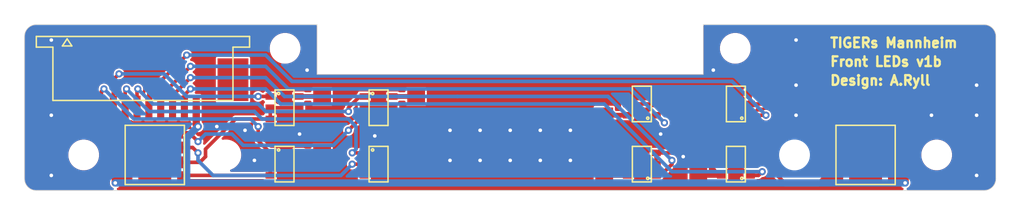
<source format=kicad_pcb>
(kicad_pcb (version 20241229) (generator "pcbnew") (generator_version "9.0")
  (layers (0 "F.Cu" signal) (2 "B.Cu" signal) (13 "F.Paste" user) (15 "B.Paste" user) (5 "F.SilkS" user "F.Silkscreen") (7 "B.SilkS" user "B.Silkscreen") (1 "F.Mask" user) (3 "B.Mask" user) (25 "Edge.Cuts" user))
  (net 0 "")
  (net 1 "N$219")
  (net 2 "+5V")
  (net 3 "N$220")
  (net 4 "GND")
  (net 5 "N$221")
  (net 6 "N$222")
  (net 7 "N$223")
  (net 8 "N$224")
  (net 9 "N$225")
  (net 10 "N$226")
  (net 11 "N$227")
  (net 12 "N$228")
  (net 13 "N$229")
  (net 14 "N$230")
  (net 15 "N$231")
  (net 16 "N$232")
  (net 17 "N$233")
  (net 18 "N$234")
  (net 19 "TIM3-CH3")
  (net 20 "TIM3-CH4")
  (net 21 "TIM4-CH3")
  (net 22 "TIM4-CH4")
  (net 23 "TIM3-CH1")
  (net 24 "TIM3-CH2")
  (net 25 "TIM4-CH1")
  (net 26 "TIM4-CH2")
  (footprint "Front LEDs v1b:dummyfp2" (layer "F.Cu") (at 184.5011 109.0036)
    (property "Reference" "UNK_HOLE_2" (hide yes))
    (property "Value" "" (hide yes))
    (pad "" np_thru_hole circle (at 0 0) (size 2.1 2.1) (drill 2.1) (layers "*.Cu" "*.Mask"))
  )
  (footprint "Front LEDs v1b:dummyfp1" (layer "F.Cu") (at 124.5011 109.0036)
    (property "Reference" "UNK_HOLE_1" (hide yes))
    (property "Value" "" (hide yes))
    (pad "" np_thru_hole circle (at 0 0) (size 2.1 2.1) (drill 2.1) (layers "*.Cu" "*.Mask"))
  )
  (footprint "Front LEDs v1b:SOT26" (layer "F.Cu") (at 167.5511 104.7011 90)
    (property "Reference" "IC2")
    (property "Value" "BCR421UE" (hide yes))
    (fp_line (start 1.5 -0.8) (end 1.5 0.8) (stroke (width 0.127)) (layer "F.SilkS"))
    (fp_line (start -1.5 -0.8) (end 1.5 -0.8) (stroke (width 0.127)) (layer "F.SilkS"))
    (fp_line (start 1.5 0.8) (end -1.5 0.8) (stroke (width 0.127)) (layer "F.SilkS"))
    (fp_line (start -1.5 0.8) (end -1.5 -0.8) (stroke (width 0.127)) (layer "F.SilkS"))
    (fp_circle (center -1.2 0.5) (end -1.1 0.5) (stroke (width 0.127)) (fill no) (layer "F.SilkS"))
    (pad "1" smd rect (at -0.95 1.2 90) (size 0.55 0.8) (layers "F.Cu" "F.Mask" "F.Paste") (net 25 "TIM4-CH1"))
    (pad "2" smd rect (at 0 1.2 90) (size 0.55 0.8) (layers "F.Cu" "F.Mask" "F.Paste") (net 11 "N$227"))
    (pad "3" smd rect (at 0.95 1.2 90) (size 0.55 0.8) (layers "F.Cu" "F.Mask" "F.Paste") (net 11 "N$227"))
    (pad "4" smd rect (at 0.95 -1.2 90) (size 0.55 0.8) (layers "F.Cu" "F.Mask" "F.Paste") (net 4 "GND"))
    (pad "5" smd rect (at 0 -1.2 90) (size 0.55 0.8) (layers "F.Cu" "F.Mask" "F.Paste") (net 11 "N$227"))
    (pad "6" smd rect (at -0.95 -1.2 90) (size 0.55 0.8) (layers "F.Cu" "F.Mask" "F.Paste") (net 12 "N$228"))
  )
  (footprint "Front LEDs v1b:dummyfp3" (layer "F.Cu") (at 172.5011 109.0036)
    (property "Reference" "UNK_HOLE_3" (hide yes))
    (property "Value" "" (hide yes))
    (pad "" np_thru_hole circle (at 0 0) (size 2.1 2.1) (drill 2.1) (layers "*.Cu" "*.Mask"))
  )
  (footprint "Front LEDs v1b:dummyfp5" (layer "F.Cu") (at 167.5011 100.0036)
    (property "Reference" "UNK_HOLE_5" (hide yes))
    (property "Value" "" (hide yes))
    (pad "" np_thru_hole circle (at 0 0) (size 2.1 2.1) (drill 2.1) (layers "*.Cu" "*.Mask"))
  )
  (footprint "Front LEDs v1b:R0805_334" (layer "F.Cu") (at 140.5636 109.7811 90)
    (property "Reference" "R5")
    (property "Value" "4R7" (hide yes))
    (pad "1" smd rect (at -0.95 0 90) (size 1.3 1.5) (layers "F.Cu" "F.Mask" "F.Paste") (net 4 "GND"))
    (pad "2" smd rect (at 0.95 0 90) (size 1.3 1.5) (layers "F.Cu" "F.Mask" "F.Paste") (net 8 "N$224"))
  )
  (footprint "Front LEDs v1b:CREE-XLAMP" (layer "F.Cu") (at 118.5011 109.0036 180)
    (property "Reference" "LED1")
    (property "Value" "1W RGBW" (hide yes))
    (fp_line (start 2.5 2.5) (end 2.5 -2.5) (stroke (width 0.127)) (layer "F.SilkS"))
    (fp_line (start 2.5 -2.5) (end -2.5 -2.5) (stroke (width 0.127)) (layer "F.SilkS"))
    (fp_line (start -2.5 2.5) (end 2.5 2.5) (stroke (width 0.127)) (layer "F.SilkS"))
    (fp_line (start -2.5 -2.5) (end -2.5 2.5) (stroke (width 0.127)) (layer "F.SilkS"))
    (pad "1" smd rect (at 2.14 -1.875 180) (size 0.5 1) (layers "F.Cu") (net 2 "+5V"))
    (pad "2" smd rect (at 2.14 -0.625 180) (size 0.5 1) (layers "F.Cu") (net 2 "+5V"))
    (pad "3" smd rect (at 2.14 0.625 180) (size 0.5 1) (layers "F.Cu") (net 2 "+5V"))
    (pad "4" smd rect (at 2.14 1.875 180) (size 0.5 1) (layers "F.Cu") (net 2 "+5V"))
    (pad "5" smd rect (at -2.14 1.875 180) (size 0.5 1) (layers "F.Cu") (net 9 "N$225"))
    (pad "6" smd rect (at -2.14 0.625 180) (size 0.5 1) (layers "F.Cu") (net 7 "N$223"))
    (pad "7" smd rect (at -2.14 -0.625 180) (size 0.5 1) (layers "F.Cu") (net 5 "N$221"))
    (pad "8" smd rect (at -2.14 -1.875 180) (size 0.5 1) (layers "F.Cu") (net 1 "N$219"))
    (pad "PAD" smd rect (at 0 0 180) (size 2.78 4.78) (layers "F.Cu"))
  )
  (footprint "Front LEDs v1b:SOT26" (layer "F.Cu") (at 167.5511 109.7811 90)
    (property "Reference" "IC8")
    (property "Value" "BCR421UE" (hide yes))
    (fp_line (start 1.5 -0.8) (end 1.5 0.8) (stroke (width 0.127)) (layer "F.SilkS"))
    (fp_line (start -1.5 -0.8) (end 1.5 -0.8) (stroke (width 0.127)) (layer "F.SilkS"))
    (fp_line (start 1.5 0.8) (end -1.5 0.8) (stroke (width 0.127)) (layer "F.SilkS"))
    (fp_line (start -1.5 0.8) (end -1.5 -0.8) (stroke (width 0.127)) (layer "F.SilkS"))
    (fp_circle (center -1.2 0.5) (end -1.1 0.5) (stroke (width 0.127)) (fill no) (layer "F.SilkS"))
    (pad "1" smd rect (at -0.95 1.2 90) (size 0.55 0.8) (layers "F.Cu" "F.Mask" "F.Paste") (net 22 "TIM4-CH4"))
    (pad "2" smd rect (at 0 1.2 90) (size 0.55 0.8) (layers "F.Cu" "F.Mask" "F.Paste") (net 17 "N$233"))
    (pad "3" smd rect (at 0.95 1.2 90) (size 0.55 0.8) (layers "F.Cu" "F.Mask" "F.Paste") (net 17 "N$233"))
    (pad "4" smd rect (at 0.95 -1.2 90) (size 0.55 0.8) (layers "F.Cu" "F.Mask" "F.Paste") (net 4 "GND"))
    (pad "5" smd rect (at 0 -1.2 90) (size 0.55 0.8) (layers "F.Cu" "F.Mask" "F.Paste") (net 17 "N$233"))
    (pad "6" smd rect (at -0.95 -1.2 90) (size 0.55 0.8) (layers "F.Cu" "F.Mask" "F.Paste") (net 18 "N$234"))
  )
  (footprint "Front LEDs v1b:R0805_334" (layer "F.Cu") (at 140.5636 105.0186 90)
    (property "Reference" "R7")
    (property "Value" "4R7" (hide yes))
    (pad "1" smd rect (at -0.95 0 90) (size 1.3 1.5) (layers "F.Cu" "F.Mask" "F.Paste") (net 4 "GND"))
    (pad "2" smd rect (at 0.95 0 90) (size 1.3 1.5) (layers "F.Cu" "F.Mask" "F.Paste") (net 10 "N$226"))
  )
  (footprint "Front LEDs v1b:SOT26" (layer "F.Cu") (at 137.3886 105.0186 -90)
    (property "Reference" "IC7")
    (property "Value" "BCR421UE" (hide yes))
    (fp_line (start -1.5 0.8) (end -1.5 -0.8) (stroke (width 0.127)) (layer "F.SilkS"))
    (fp_line (start 1.5 0.8) (end -1.5 0.8) (stroke (width 0.127)) (layer "F.SilkS"))
    (fp_line (start -1.5 -0.8) (end 1.5 -0.8) (stroke (width 0.127)) (layer "F.SilkS"))
    (fp_line (start 1.5 -0.8) (end 1.5 0.8) (stroke (width 0.127)) (layer "F.SilkS"))
    (fp_circle (center -1.2 0.5) (end -1.1 0.5) (stroke (width 0.127)) (fill no) (layer "F.SilkS"))
    (pad "1" smd rect (at -0.95 1.2 270) (size 0.55 0.8) (layers "F.Cu" "F.Mask" "F.Paste") (net 20 "TIM3-CH4"))
    (pad "2" smd rect (at 0 1.2 270) (size 0.55 0.8) (layers "F.Cu" "F.Mask" "F.Paste") (net 9 "N$225"))
    (pad "3" smd rect (at 0.95 1.2 270) (size 0.55 0.8) (layers "F.Cu" "F.Mask" "F.Paste") (net 9 "N$225"))
    (pad "4" smd rect (at 0.95 -1.2 270) (size 0.55 0.8) (layers "F.Cu" "F.Mask" "F.Paste") (net 4 "GND"))
    (pad "5" smd rect (at 0 -1.2 270) (size 0.55 0.8) (layers "F.Cu" "F.Mask" "F.Paste") (net 9 "N$225"))
    (pad "6" smd rect (at -0.95 -1.2 270) (size 0.55 0.8) (layers "F.Cu" "F.Mask" "F.Paste") (net 10 "N$226"))
  )
  (footprint "Front LEDs v1b:R0805_334" (layer "F.Cu") (at 164.3761 109.7811 -90)
    (property "Reference" "R8")
    (property "Value" "4R7" (hide yes))
    (pad "1" smd rect (at -0.95 0 270) (size 1.3 1.5) (layers "F.Cu" "F.Mask" "F.Paste") (net 4 "GND"))
    (pad "2" smd rect (at 0.95 0 270) (size 1.3 1.5) (layers "F.Cu" "F.Mask" "F.Paste") (net 18 "N$234"))
  )
  (footprint "Front LEDs v1b:R0805_334" (layer "F.Cu") (at 132.6261 105.0186 90)
    (property "Reference" "R3")
    (property "Value" "4R7" (hide yes))
    (pad "1" smd rect (at -0.95 0 90) (size 1.3 1.5) (layers "F.Cu" "F.Mask" "F.Paste") (net 4 "GND"))
    (pad "2" smd rect (at 0.95 0 90) (size 1.3 1.5) (layers "F.Cu" "F.Mask" "F.Paste") (net 6 "N$222"))
  )
  (footprint "Front LEDs v1b:SOT26" (layer "F.Cu") (at 129.4511 105.0186 -90)
    (property "Reference" "IC3")
    (property "Value" "BCR421UE" (hide yes))
    (fp_line (start -1.5 0.8) (end -1.5 -0.8) (stroke (width 0.127)) (layer "F.SilkS"))
    (fp_line (start 1.5 0.8) (end -1.5 0.8) (stroke (width 0.127)) (layer "F.SilkS"))
    (fp_line (start -1.5 -0.8) (end 1.5 -0.8) (stroke (width 0.127)) (layer "F.SilkS"))
    (fp_line (start 1.5 -0.8) (end 1.5 0.8) (stroke (width 0.127)) (layer "F.SilkS"))
    (fp_circle (center -1.2 0.5) (end -1.1 0.5) (stroke (width 0.127)) (fill no) (layer "F.SilkS"))
    (pad "1" smd rect (at -0.95 1.2 270) (size 0.55 0.8) (layers "F.Cu" "F.Mask" "F.Paste") (net 24 "TIM3-CH2"))
    (pad "2" smd rect (at 0 1.2 270) (size 0.55 0.8) (layers "F.Cu" "F.Mask" "F.Paste") (net 5 "N$221"))
    (pad "3" smd rect (at 0.95 1.2 270) (size 0.55 0.8) (layers "F.Cu" "F.Mask" "F.Paste") (net 5 "N$221"))
    (pad "4" smd rect (at 0.95 -1.2 270) (size 0.55 0.8) (layers "F.Cu" "F.Mask" "F.Paste") (net 4 "GND"))
    (pad "5" smd rect (at 0 -1.2 270) (size 0.55 0.8) (layers "F.Cu" "F.Mask" "F.Paste") (net 5 "N$221"))
    (pad "6" smd rect (at -0.95 -1.2 270) (size 0.55 0.8) (layers "F.Cu" "F.Mask" "F.Paste") (net 6 "N$222"))
  )
  (footprint "Front LEDs v1b:SOT26" (layer "F.Cu") (at 159.6136 109.7811 90)
    (property "Reference" "IC6")
    (property "Value" "BCR421UE" (hide yes))
    (fp_line (start 1.5 -0.8) (end 1.5 0.8) (stroke (width 0.127)) (layer "F.SilkS"))
    (fp_line (start -1.5 -0.8) (end 1.5 -0.8) (stroke (width 0.127)) (layer "F.SilkS"))
    (fp_line (start 1.5 0.8) (end -1.5 0.8) (stroke (width 0.127)) (layer "F.SilkS"))
    (fp_line (start -1.5 0.8) (end -1.5 -0.8) (stroke (width 0.127)) (layer "F.SilkS"))
    (fp_circle (center -1.2 0.5) (end -1.1 0.5) (stroke (width 0.127)) (fill no) (layer "F.SilkS"))
    (pad "1" smd rect (at -0.95 1.2 90) (size 0.55 0.8) (layers "F.Cu" "F.Mask" "F.Paste") (net 21 "TIM4-CH3"))
    (pad "2" smd rect (at 0 1.2 90) (size 0.55 0.8) (layers "F.Cu" "F.Mask" "F.Paste") (net 15 "N$231"))
    (pad "3" smd rect (at 0.95 1.2 90) (size 0.55 0.8) (layers "F.Cu" "F.Mask" "F.Paste") (net 15 "N$231"))
    (pad "4" smd rect (at 0.95 -1.2 90) (size 0.55 0.8) (layers "F.Cu" "F.Mask" "F.Paste") (net 4 "GND"))
    (pad "5" smd rect (at 0 -1.2 90) (size 0.55 0.8) (layers "F.Cu" "F.Mask" "F.Paste") (net 15 "N$231"))
    (pad "6" smd rect (at -0.95 -1.2 90) (size 0.55 0.8) (layers "F.Cu" "F.Mask" "F.Paste") (net 16 "N$232"))
  )
  (footprint "Front LEDs v1b:SOT26" (layer "F.Cu") (at 159.6136 104.7011 90)
    (property "Reference" "IC4")
    (property "Value" "BCR421UE" (hide yes))
    (fp_line (start 1.5 -0.8) (end 1.5 0.8) (stroke (width 0.127)) (layer "F.SilkS"))
    (fp_line (start -1.5 -0.8) (end 1.5 -0.8) (stroke (width 0.127)) (layer "F.SilkS"))
    (fp_line (start 1.5 0.8) (end -1.5 0.8) (stroke (width 0.127)) (layer "F.SilkS"))
    (fp_line (start -1.5 0.8) (end -1.5 -0.8) (stroke (width 0.127)) (layer "F.SilkS"))
    (fp_circle (center -1.2 0.5) (end -1.1 0.5) (stroke (width 0.127)) (fill no) (layer "F.SilkS"))
    (pad "1" smd rect (at -0.95 1.2 90) (size 0.55 0.8) (layers "F.Cu" "F.Mask" "F.Paste") (net 26 "TIM4-CH2"))
    (pad "2" smd rect (at 0 1.2 90) (size 0.55 0.8) (layers "F.Cu" "F.Mask" "F.Paste") (net 13 "N$229"))
    (pad "3" smd rect (at 0.95 1.2 90) (size 0.55 0.8) (layers "F.Cu" "F.Mask" "F.Paste") (net 13 "N$229"))
    (pad "4" smd rect (at 0.95 -1.2 90) (size 0.55 0.8) (layers "F.Cu" "F.Mask" "F.Paste") (net 4 "GND"))
    (pad "5" smd rect (at 0 -1.2 90) (size 0.55 0.8) (layers "F.Cu" "F.Mask" "F.Paste") (net 13 "N$229"))
    (pad "6" smd rect (at -0.95 -1.2 90) (size 0.55 0.8) (layers "F.Cu" "F.Mask" "F.Paste") (net 14 "N$230"))
  )
  (footprint "Front LEDs v1b:R0805_334" (layer "F.Cu") (at 132.6261 109.7811 90)
    (property "Reference" "R1")
    (property "Value" "4R7" (hide yes))
    (pad "1" smd rect (at -0.95 0 90) (size 1.3 1.5) (layers "F.Cu" "F.Mask" "F.Paste") (net 4 "GND"))
    (pad "2" smd rect (at 0.95 0 90) (size 1.3 1.5) (layers "F.Cu" "F.Mask" "F.Paste") (net 3 "N$220"))
  )
  (footprint "Front LEDs v1b:SOT26" (layer "F.Cu") (at 129.4511 109.7811 -90)
    (property "Reference" "IC1")
    (property "Value" "BCR421UE" (hide yes))
    (fp_line (start -1.5 0.8) (end -1.5 -0.8) (stroke (width 0.127)) (layer "F.SilkS"))
    (fp_line (start 1.5 0.8) (end -1.5 0.8) (stroke (width 0.127)) (layer "F.SilkS"))
    (fp_line (start -1.5 -0.8) (end 1.5 -0.8) (stroke (width 0.127)) (layer "F.SilkS"))
    (fp_line (start 1.5 -0.8) (end 1.5 0.8) (stroke (width 0.127)) (layer "F.SilkS"))
    (fp_circle (center -1.2 0.5) (end -1.1 0.5) (stroke (width 0.127)) (fill no) (layer "F.SilkS"))
    (pad "1" smd rect (at -0.95 1.2 270) (size 0.55 0.8) (layers "F.Cu" "F.Mask" "F.Paste") (net 23 "TIM3-CH1"))
    (pad "2" smd rect (at 0 1.2 270) (size 0.55 0.8) (layers "F.Cu" "F.Mask" "F.Paste") (net 1 "N$219"))
    (pad "3" smd rect (at 0.95 1.2 270) (size 0.55 0.8) (layers "F.Cu" "F.Mask" "F.Paste") (net 1 "N$219"))
    (pad "4" smd rect (at 0.95 -1.2 270) (size 0.55 0.8) (layers "F.Cu" "F.Mask" "F.Paste") (net 4 "GND"))
    (pad "5" smd rect (at 0 -1.2 270) (size 0.55 0.8) (layers "F.Cu" "F.Mask" "F.Paste") (net 1 "N$219"))
    (pad "6" smd rect (at -0.95 -1.2 270) (size 0.55 0.8) (layers "F.Cu" "F.Mask" "F.Paste") (net 3 "N$220"))
  )
  (footprint "Front LEDs v1b:dummyfp0" (layer "F.Cu") (at 112.5011 109.0036)
    (property "Reference" "UNK_HOLE_0" (hide yes))
    (property "Value" "" (hide yes))
    (pad "" np_thru_hole circle (at 0 0) (size 2.1 2.1) (drill 2.1) (layers "*.Cu" "*.Mask"))
  )
  (footprint "Front LEDs v1b:CREE-XLAMP" (layer "F.Cu") (at 178.5011 109.0036)
    (property "Reference" "LED2")
    (property "Value" "1W RGBW" (hide yes))
    (fp_line (start -2.5 -2.5) (end -2.5 2.5) (stroke (width 0.127)) (layer "F.SilkS"))
    (fp_line (start -2.5 2.5) (end 2.5 2.5) (stroke (width 0.127)) (layer "F.SilkS"))
    (fp_line (start 2.5 -2.5) (end -2.5 -2.5) (stroke (width 0.127)) (layer "F.SilkS"))
    (fp_line (start 2.5 2.5) (end 2.5 -2.5) (stroke (width 0.127)) (layer "F.SilkS"))
    (pad "1" smd rect (at 2.14 -1.875) (size 0.5 1) (layers "F.Cu") (net 2 "+5V"))
    (pad "2" smd rect (at 2.14 -0.625) (size 0.5 1) (layers "F.Cu") (net 2 "+5V"))
    (pad "3" smd rect (at 2.14 0.625) (size 0.5 1) (layers "F.Cu") (net 2 "+5V"))
    (pad "4" smd rect (at 2.14 1.875) (size 0.5 1) (layers "F.Cu") (net 2 "+5V"))
    (pad "5" smd rect (at -2.14 1.875) (size 0.5 1) (layers "F.Cu") (net 17 "N$233"))
    (pad "6" smd rect (at -2.14 0.625) (size 0.5 1) (layers "F.Cu") (net 15 "N$231"))
    (pad "7" smd rect (at -2.14 -0.625) (size 0.5 1) (layers "F.Cu") (net 13 "N$229"))
    (pad "8" smd rect (at -2.14 -1.875) (size 0.5 1) (layers "F.Cu") (net 11 "N$227"))
    (pad "PAD" smd rect (at 0 0) (size 2.78 4.78) (layers "F.Cu"))
  )
  (footprint "Front LEDs v1b:SOT26" (layer "F.Cu") (at 137.3886 109.7811 -90)
    (property "Reference" "IC5")
    (property "Value" "BCR421UE" (hide yes))
    (fp_line (start -1.5 0.8) (end -1.5 -0.8) (stroke (width 0.127)) (layer "F.SilkS"))
    (fp_line (start 1.5 0.8) (end -1.5 0.8) (stroke (width 0.127)) (layer "F.SilkS"))
    (fp_line (start -1.5 -0.8) (end 1.5 -0.8) (stroke (width 0.127)) (layer "F.SilkS"))
    (fp_line (start 1.5 -0.8) (end 1.5 0.8) (stroke (width 0.127)) (layer "F.SilkS"))
    (fp_circle (center -1.2 0.5) (end -1.1 0.5) (stroke (width 0.127)) (fill no) (layer "F.SilkS"))
    (pad "1" smd rect (at -0.95 1.2 270) (size 0.55 0.8) (layers "F.Cu" "F.Mask" "F.Paste") (net 19 "TIM3-CH3"))
    (pad "2" smd rect (at 0 1.2 270) (size 0.55 0.8) (layers "F.Cu" "F.Mask" "F.Paste") (net 7 "N$223"))
    (pad "3" smd rect (at 0.95 1.2 270) (size 0.55 0.8) (layers "F.Cu" "F.Mask" "F.Paste") (net 7 "N$223"))
    (pad "4" smd rect (at 0.95 -1.2 270) (size 0.55 0.8) (layers "F.Cu" "F.Mask" "F.Paste") (net 4 "GND"))
    (pad "5" smd rect (at 0 -1.2 270) (size 0.55 0.8) (layers "F.Cu" "F.Mask" "F.Paste") (net 7 "N$223"))
    (pad "6" smd rect (at -0.95 -1.2 270) (size 0.55 0.8) (layers "F.Cu" "F.Mask" "F.Paste") (net 8 "N$224"))
  )
  (footprint "Front LEDs v1b:TE-1-84952-0" (layer "F.Cu") (at 117.5011 99.0036)
    (property "Reference" "X1")
    (property "Value" "" (hide yes))
    (fp_line (start -9 0) (end -9 0.9) (stroke (width 0.127)) (layer "F.SilkS"))
    (fp_line (start -9 0) (end 9 0) (stroke (width 0.127)) (layer "F.SilkS"))
    (fp_line (start -9 0.9) (end -7.6 0.9) (stroke (width 0.127)) (layer "F.SilkS"))
    (fp_line (start -7.6 5.4) (end -7.6 0.9) (stroke (width 0.127)) (layer "F.SilkS"))
    (fp_line (start -6.8 0.8) (end -6 0.8) (stroke (width 0.127)) (layer "F.SilkS"))
    (fp_line (start -6.4 0.2) (end -6.8 0.8) (stroke (width 0.127)) (layer "F.SilkS"))
    (fp_line (start -6 0.8) (end -6.4 0.2) (stroke (width 0.127)) (layer "F.SilkS"))
    (fp_line (start 7.6 0.9) (end 7.6 5.4) (stroke (width 0.127)) (layer "F.SilkS"))
    (fp_line (start 7.6 5.4) (end -7.6 5.4) (stroke (width 0.127)) (layer "F.SilkS"))
    (fp_line (start 9 0) (end 9 0.9) (stroke (width 0.127)) (layer "F.SilkS"))
    (fp_line (start 9 0.9) (end 7.6 0.9) (stroke (width 0.127)) (layer "F.SilkS"))
    (pad "1" smd rect (at -4.5 6) (size 0.6 2) (layers "F.Cu" "F.Mask" "F.Paste") (net 4 "GND"))
    (pad "2" smd rect (at -3.5 6) (size 0.6 2) (layers "F.Cu" "F.Mask" "F.Paste") (net 23 "TIM3-CH1"))
    (pad "3" smd rect (at -2.5 6) (size 0.6 2) (layers "F.Cu" "F.Mask" "F.Paste") (net 24 "TIM3-CH2"))
    (pad "4" smd rect (at -1.5 6) (size 0.6 2) (layers "F.Cu" "F.Mask" "F.Paste") (net 19 "TIM3-CH3"))
    (pad "5" smd rect (at -0.5 6) (size 0.6 2) (layers "F.Cu" "F.Mask" "F.Paste") (net 20 "TIM3-CH4"))
    (pad "6" smd rect (at 0.5 6) (size 0.6 2) (layers "F.Cu" "F.Mask" "F.Paste") (net 25 "TIM4-CH1"))
    (pad "7" smd rect (at 1.5 6) (size 0.6 2) (layers "F.Cu" "F.Mask" "F.Paste") (net 26 "TIM4-CH2"))
    (pad "8" smd rect (at 2.5 6) (size 0.6 2) (layers "F.Cu" "F.Mask" "F.Paste") (net 21 "TIM4-CH3"))
    (pad "9" smd rect (at 3.5 6) (size 0.6 2) (layers "F.Cu" "F.Mask" "F.Paste") (net 22 "TIM4-CH4"))
    (pad "10" smd rect (at 4.5 6) (size 0.6 2) (layers "F.Cu" "F.Mask" "F.Paste") (net 2 "+5V"))
    (pad "G1" smd rect (at -7.6 3.65) (size 2.6 3.6) (layers "F.Cu" "F.Mask" "F.Paste"))
    (pad "G2" smd rect (at 7.6 3.65) (size 2.6 3.6) (layers "F.Cu" "F.Mask" "F.Paste"))
  )
  (footprint "Front LEDs v1b:dummyfp4" (layer "F.Cu") (at 129.5011 100.0036)
    (property "Reference" "UNK_HOLE_4" (hide yes))
    (property "Value" "" (hide yes))
    (pad "" np_thru_hole circle (at 0 0) (size 2.1 2.1) (drill 2.1) (layers "*.Cu" "*.Mask"))
  )
  (footprint "Front LEDs v1b:R0805_334" (layer "F.Cu") (at 156.4386 104.7011 -90)
    (property "Reference" "R4")
    (property "Value" "4R7" (hide yes))
    (pad "1" smd rect (at -0.95 0 270) (size 1.3 1.5) (layers "F.Cu" "F.Mask" "F.Paste") (net 4 "GND"))
    (pad "2" smd rect (at 0.95 0 270) (size 1.3 1.5) (layers "F.Cu" "F.Mask" "F.Paste") (net 14 "N$230"))
  )
  (footprint "Front LEDs v1b:R0805_334" (layer "F.Cu") (at 164.3761 104.7011 -90)
    (property "Reference" "R2")
    (property "Value" "4R7" (hide yes))
    (pad "1" smd rect (at -0.95 0 270) (size 1.3 1.5) (layers "F.Cu" "F.Mask" "F.Paste") (net 4 "GND"))
    (pad "2" smd rect (at 0.95 0 270) (size 1.3 1.5) (layers "F.Cu" "F.Mask" "F.Paste") (net 12 "N$228"))
  )
  (footprint "Front LEDs v1b:R0805_334" (layer "F.Cu") (at 156.4386 109.7811 -90)
    (property "Reference" "R6")
    (property "Value" "4R7" (hide yes))
    (pad "1" smd rect (at -0.95 0 270) (size 1.3 1.5) (layers "F.Cu" "F.Mask" "F.Paste") (net 4 "GND"))
    (pad "2" smd rect (at 0.95 0 270) (size 1.3 1.5) (layers "F.Cu" "F.Mask" "F.Paste") (net 16 "N$232"))
  )
  (gr_arc (start 189.5011 111.0036) (mid 189.208207 111.710707) (end 188.5011 112.0036) (stroke (width 0.05)) (layer "Edge.Cuts"))
  (gr_line (start 107.5011 111.0036) (end 107.5011 99.0036) (stroke (width 0.05)) (layer "Edge.Cuts"))
  (gr_line (start 108.5011 98.0036) (end 132.2011 98.0036) (stroke (width 0.05)) (layer "Edge.Cuts"))
  (gr_arc (start 188.5011 98.0036) (mid 189.208207 98.296493) (end 189.5011 99.0036) (stroke (width 0.05)) (layer "Edge.Cuts"))
  (gr_line (start 164.8011 102.2036) (end 164.8011 98.0036) (stroke (width 0.05)) (layer "Edge.Cuts"))
  (gr_line (start 188.5011 98.0036) (end 164.8011 98.0036) (stroke (width 0.05)) (layer "Edge.Cuts"))
  (gr_line (start 132.2011 98.0036) (end 132.2011 102.2036) (stroke (width 0.05)) (layer "Edge.Cuts"))
  (gr_line (start 108.5011 112.0036) (end 188.5011 112.0036) (stroke (width 0.05)) (layer "Edge.Cuts"))
  (gr_arc (start 108.5011 112.0036) (mid 107.793993 111.710707) (end 107.5011 111.0036) (stroke (width 0.05)) (layer "Edge.Cuts"))
  (gr_line (start 189.5011 111.0036) (end 189.5011 99.0036) (stroke (width 0.05)) (layer "Edge.Cuts"))
  (gr_line (start 132.2011 102.2036) (end 164.8011 102.2036) (stroke (width 0.05)) (layer "Edge.Cuts"))
  (gr_arc (start 107.5011 99.0036) (mid 107.793993 98.296493) (end 108.5011 98.0036) (stroke (width 0.05)) (layer "Edge.Cuts"))
  (gr_text "Design: A.Ryll" (at 175.409225 103.192975 0) (layer "F.SilkS") (effects (font (size 0.8128 0.8128) (thickness 0.2032)) (justify left bottom)))
  (gr_text "Front LEDs v1b" (at 175.409225 101.605475 0) (layer "F.SilkS") (effects (font (size 0.8128 0.8128) (thickness 0.2032)) (justify left bottom)))
  (gr_text "TIGERs Mannheim" (at 175.409225 100.017975 0) (layer "F.SilkS") (effects (font (size 0.8128 0.8128) (thickness 0.2032)) (justify left bottom)))
  (segment (start 130.6511 109.7811) (end 128.2511 109.7811) (width 0.3048) (layer "F.Cu") (net 1))
  (segment (start 128.2511 109.7811) (end 128.2511 110.7311) (width 0.3048) (layer "F.Cu") (net 1))
  (segment (start 120.7886 110.7311) (end 120.6411 110.8786) (width 0.3048) (layer "F.Cu") (net 1))
  (segment (start 128.2511 110.7311) (end 120.7886 110.7311) (width 0.3048) (layer "F.Cu") (net 1))
  (segment (start 180.6411 108.3786) (end 181.7061 108.3786) (width 0.4064) (layer "F.Cu") (net 2))
  (segment (start 115.1636 110.7336) (end 115.1636 111.3686) (width 0.6096) (layer "F.Cu") (net 2))
  (segment (start 181.8386 110.7336) (end 181.8386 111.3686) (width 0.6096) (layer "F.Cu") (net 2))
  (segment (start 180.6411 109.6286) (end 181.6861 109.6286) (width 0.4064) (layer "F.Cu") (net 2))
  (segment (start 115.3686 107.1286) (end 115.1636 107.3336) (width 0.4064) (layer "F.Cu") (net 2))
  (segment (start 115.3086 110.8786) (end 115.1636 110.7336) (width 0.4064) (layer "F.Cu") (net 2))
  (segment (start 181.7061 108.3786) (end 181.8386 108.5111) (width 0.4064) (layer "F.Cu") (net 2))
  (segment (start 181.8386 107.2411) (end 181.8386 108.5111) (width 0.6096) (layer "F.Cu") (net 2))
  (segment (start 115.1636 108.5111) (end 115.1636 109.7811) (width 0.6096) (layer "F.Cu") (net 2))
  (segment (start 181.8386 108.5111) (end 181.8386 109.7811) (width 0.6096) (layer "F.Cu") (net 2))
  (segment (start 181.8386 109.7811) (end 181.8386 110.7336) (width 0.6096) (layer "F.Cu") (net 2))
  (segment (start 116.3611 107.1286) (end 115.3686 107.1286) (width 0.4064) (layer "F.Cu") (net 2))
  (segment (start 115.2961 108.3786) (end 115.1636 108.5111) (width 0.4064) (layer "F.Cu") (net 2))
  (segment (start 122.0011 105.0036) (end 122.0011 106.4586) (width 0.6096) (layer "F.Cu") (net 2))
  (segment (start 115.1636 109.7811) (end 115.1636 110.7336) (width 0.6096) (layer "F.Cu") (net 2))
  (segment (start 181.6936 110.8786) (end 181.8386 110.7336) (width 0.4064) (layer "F.Cu") (net 2))
  (segment (start 180.6411 110.8786) (end 181.6936 110.8786) (width 0.4064) (layer "F.Cu") (net 2))
  (segment (start 181.7261 107.1286) (end 181.8386 107.2411) (width 0.4064) (layer "F.Cu") (net 2))
  (segment (start 116.3611 109.6286) (end 115.3161 109.6286) (width 0.4064) (layer "F.Cu") (net 2))
  (segment (start 181.6861 109.6286) (end 181.8386 109.7811) (width 0.4064) (layer "F.Cu") (net 2))
  (segment (start 116.3611 108.3786) (end 115.2961 108.3786) (width 0.4064) (layer "F.Cu") (net 2))
  (segment (start 122.0011 106.4586) (end 122.1486 106.6061) (width 0.6096) (layer "F.Cu") (net 2))
  (segment (start 115.1636 107.3336) (end 115.1636 108.5111) (width 0.4064) (layer "F.Cu") (net 2))
  (segment (start 180.6411 107.1286) (end 181.7261 107.1286) (width 0.4064) (layer "F.Cu") (net 2))
  (segment (start 116.3611 110.8786) (end 115.3086 110.8786) (width 0.4064) (layer "F.Cu") (net 2))
  (segment (start 115.3161 109.6286) (end 115.1636 109.7811) (width 0.4064) (layer "F.Cu") (net 2))
  (via (at 115.1636 111.3686) (size 0.6048) (drill 0.3048) (layers "F.Cu" "B.Cu") (net 2))
  (via (at 122.1486 106.6061) (size 0.65) (drill 0.35) (layers "F.Cu" "B.Cu") (net 2))
  (via (at 181.8386 111.3686) (size 0.6048) (drill 0.3048) (layers "F.Cu" "B.Cu") (net 2))
  (segment (start 121.1961 107.5586) (end 121.1961 111.3686) (width 0.6096) (layer "B.Cu") (net 2))
  (segment (start 121.1961 111.3686) (end 181.8386 111.3686) (width 0.6096) (layer "B.Cu") (net 2))
  (segment (start 115.1636 111.3686) (end 121.1961 111.3686) (width 0.6096) (layer "B.Cu") (net 2))
  (segment (start 122.1486 106.6061) (end 121.1961 107.5586) (width 0.6096) (layer "B.Cu") (net 2))
  (segment (start 130.6511 108.8311) (end 132.6261 108.8311) (width 0.4064) (layer "F.Cu") (net 3))
  (segment (start 132.6261 110.7311) (end 130.6511 110.7311) (width 0.3048) (layer "F.Cu") (net 4))
  (segment (start 154.8511 105.0186) (end 154.8511 107.2411) (width 0.4064) (layer "F.Cu") (net 4))
  (segment (start 163.4236 102.7986) (end 163.4236 102.7961) (width 0.4064) (layer "F.Cu") (net 4))
  (segment (start 142.1511 109.4636) (end 142.1511 107.2411) (width 0.4064) (layer "F.Cu") (net 4))
  (segment (start 132.9461 110.7311) (end 134.2136 109.4636) (width 0.4064) (layer "F.Cu") (net 4))
  (segment (start 166.3511 108.8311) (end 164.3761 108.8311) (width 0.4064) (layer "F.Cu") (net 4))
  (segment (start 158.4136 108.8311) (end 156.4386 108.8311) (width 0.4064) (layer "F.Cu") (net 4))
  (segment (start 140.5636 110.7311) (end 138.5886 110.7311) (width 0.3048) (layer "F.Cu") (net 4))
  (segment (start 135.8011 107.8761) (end 136.4361 107.2411) (width 0.6096) (layer "F.Cu") (net 4))
  (segment (start 154.8511 107.2436) (end 154.8511 107.2411) (width 0.4064) (layer "F.Cu") (net 4))
  (segment (start 156.4386 108.8311) (end 154.8511 107.2436) (width 0.4064) (layer "F.Cu") (net 4))
  (segment (start 140.5636 105.9686) (end 138.5886 105.9686) (width 0.3048) (layer "F.Cu") (net 4))
  (segment (start 140.5636 105.9686) (end 140.5636 107.2411) (width 0.4064) (layer "F.Cu") (net 4))
  (segment (start 134.2136 109.4636) (end 134.2136 107.8761) (width 0.4064) (layer "F.Cu") (net 4))
  (segment (start 161.2011 107.2411) (end 154.8511 107.2411) (width 0.4064) (layer "F.Cu") (net 4))
  (segment (start 133.5786 107.2411) (end 134.2136 107.8761) (width 0.6096) (layer "F.Cu") (net 4))
  (segment (start 130.7211 107.2411) (end 132.6261 107.2411) (width 0.6096) (layer "F.Cu") (net 4))
  (segment (start 158.4136 103.7511) (end 156.7586 103.7511) (width 0.4064) (layer "F.Cu") (net 4))
  (segment (start 132.6261 107.2411) (end 133.5786 107.2411) (width 0.6096) (layer "F.Cu") (net 4))
  (segment (start 163.4236 102.7961) (end 157.3936 102.7961) (width 0.4064) (layer "F.Cu") (net 4))
  (segment (start 156.4386 103.7511) (end 156.1186 103.7511) (width 0.4064) (layer "F.Cu") (net 4))
  (segment (start 134.2136 107.8761) (end 135.8011 107.8761) (width 0.6096) (layer "F.Cu") (net 4))
  (segment (start 164.3761 108.8311) (end 163.4211 108.8311) (width 0.4064) (layer "F.Cu") (net 4))
  (segment (start 166.3511 103.7511) (end 164.3761 103.7511) (width 0.4064) (layer "F.Cu") (net 4))
  (segment (start 132.6261 110.7311) (end 132.9461 110.7311) (width 0.4064) (layer "F.Cu") (net 4))
  (segment (start 156.5986 103.5911) (end 156.4386 103.7511) (width 0.4064) (layer "F.Cu") (net 4))
  (segment (start 140.5636 107.2411) (end 142.1511 107.2411) (width 0.6096) (layer "F.Cu") (net 4))
  (segment (start 132.6261 105.9686) (end 130.6511 105.9686) (width 0.3048) (layer "F.Cu") (net 4))
  (segment (start 163.4211 108.8311) (end 163.1061 109.1461) (width 0.4064) (layer "F.Cu") (net 4))
  (segment (start 157.3936 102.7961) (end 156.5986 103.5911) (width 0.4064) (layer "F.Cu") (net 4))
  (segment (start 140.5636 110.7311) (end 140.8836 110.7311) (width 0.4064) (layer "F.Cu") (net 4))
  (segment (start 156.7586 103.7511) (end 156.5986 103.5911) (width 0.4064) (layer "F.Cu") (net 4))
  (segment (start 164.3761 103.7511) (end 163.4236 102.7986) (width 0.4064) (layer "F.Cu") (net 4))
  (segment (start 132.6261 105.9686) (end 132.6261 107.2411) (width 0.4064) (layer "F.Cu") (net 4))
  (segment (start 156.1186 103.7511) (end 154.8511 105.0186) (width 0.4064) (layer "F.Cu") (net 4))
  (segment (start 136.4361 107.2411) (end 140.5636 107.2411) (width 0.6096) (layer "F.Cu") (net 4))
  (segment (start 142.1511 107.2411) (end 154.8511 107.2411) (width 0.6096) (layer "F.Cu") (net 4))
  (segment (start 140.8836 110.7311) (end 142.1511 109.4636) (width 0.4064) (layer "F.Cu") (net 4))
  (via (at 109.7661 105.6536) (size 0.6048) (drill 0.3048) (layers "F.Cu" "B.Cu") (net 4))
  (via (at 145.9611 106.9236) (size 0.6048) (drill 0.3048) (layers "F.Cu" "B.Cu") (net 4))
  (via (at 172.6311 103.1136) (size 0.6048) (drill 0.3048) (layers "F.Cu" "B.Cu") (net 4))
  (via (at 109.7661 99.3036) (size 0.6048) (drill 0.3048) (layers "F.Cu" "B.Cu") (net 4))
  (via (at 153.5811 109.4636) (size 0.6048) (drill 0.3048) (layers "F.Cu" "B.Cu") (net 4))
  (via (at 145.9611 109.4636) (size 0.6048) (drill 0.3048) (layers "F.Cu" "B.Cu") (net 4))
  (via (at 126.11735 106.9236) (size 0.6048) (drill 0.3048) (layers "F.Cu" "B.Cu") (net 4))
  (via (at 187.8711 110.7336) (size 0.6048) (drill 0.3048) (layers "F.Cu" "B.Cu") (net 4))
  (via (at 148.5011 109.4636) (size 0.6048) (drill 0.3048) (layers "F.Cu" "B.Cu") (net 4))
  (via (at 137.0711 107.39985) (size 0.6048) (drill 0.3048) (layers "F.Cu" "B.Cu") (net 4))
  (via (at 109.7661 110.7336) (size 0.6048) (drill 0.3048) (layers "F.Cu" "B.Cu") (net 4))
  (via (at 126.9111 109.4636) (size 0.6048) (drill 0.3048) (layers "F.Cu" "B.Cu") (net 4))
  (via (at 165.6461 101.8436) (size 0.6048) (drill 0.3048) (layers "F.Cu" "B.Cu") (net 4))
  (via (at 151.0411 109.4636) (size 0.6048) (drill 0.3048) (layers "F.Cu" "B.Cu") (net 4))
  (via (at 172.6311 105.6536) (size 0.6048) (drill 0.3048) (layers "F.Cu" "B.Cu") (net 4))
  (via (at 130.7211 107.2411) (size 0.6048) (drill 0.3048) (layers "F.Cu" "B.Cu") (net 4))
  (via (at 187.8711 103.1136) (size 0.6048) (drill 0.3048) (layers "F.Cu" "B.Cu") (net 4))
  (via (at 123.7361 106.6061) (size 0.6048) (drill 0.3048) (layers "F.Cu" "B.Cu") (net 4))
  (via (at 184.0611 105.6536) (size 0.6048) (drill 0.3048) (layers "F.Cu" "B.Cu") (net 4))
  (via (at 187.8711 105.6536) (size 0.6048) (drill 0.3048) (layers "F.Cu" "B.Cu") (net 4))
  (via (at 143.4211 109.4636) (size 0.6048) (drill 0.3048) (layers "F.Cu" "B.Cu") (net 4))
  (via (at 163.1061 109.1461) (size 0.6048) (drill 0.3048) (layers "F.Cu" "B.Cu") (net 4))
  (via (at 131.3561 101.8436) (size 0.6048) (drill 0.3048) (layers "F.Cu" "B.Cu") (net 4))
  (via (at 172.6311 99.3036) (size 0.6048) (drill 0.3048) (layers "F.Cu" "B.Cu") (net 4))
  (via (at 161.2011 107.2411) (size 0.6048) (drill 0.3048) (layers "F.Cu" "B.Cu") (net 4))
  (via (at 151.0411 106.9236) (size 0.6048) (drill 0.3048) (layers "F.Cu" "B.Cu") (net 4))
  (via (at 153.5811 106.9236) (size 0.6048) (drill 0.3048) (layers "F.Cu" "B.Cu") (net 4))
  (via (at 148.5011 106.9236) (size 0.6048) (drill 0.3048) (layers "F.Cu" "B.Cu") (net 4))
  (via (at 143.4211 106.9236) (size 0.6048) (drill 0.3048) (layers "F.Cu" "B.Cu") (net 4))
  (segment (start 127.8636 107.5586) (end 128.1811 107.2411) (width 0.6096) (layer "B.Cu") (net 4))
  (segment (start 125.6411 106.6061) (end 126.5936 107.5586) (width 0.6096) (layer "B.Cu") (net 4))
  (segment (start 128.1811 107.2411) (end 130.7211 107.2411) (width 0.6096) (layer "B.Cu") (net 4))
  (segment (start 126.5936 107.5586) (end 127.8636 107.5586) (width 0.6096) (layer "B.Cu") (net 4))
  (segment (start 123.7361 106.6061) (end 125.6411 106.6061) (width 0.6096) (layer "B.Cu") (net 4))
  (segment (start 163.1061 109.1461) (end 161.2011 107.2411) (width 0.4064) (layer "B.Cu") (net 4))
  (segment (start 128.2511 105.9686) (end 128.1811 105.9686) (width 0.3048) (layer "F.Cu") (net 5))
  (segment (start 130.6511 105.0186) (end 128.2511 105.0186) (width 0.3048) (layer "F.Cu") (net 5))
  (segment (start 122.7836 108.5111) (end 125.3261 105.9686) (width 0.3048) (layer "F.Cu") (net 5))
  (segment (start 128.2511 105.8986) (end 128.1811 105.9686) (width 0.3048) (layer "F.Cu") (net 5))
  (segment (start 120.6411 109.6286) (end 122.3011 109.6286) (width 0.3048) (layer "F.Cu") (net 5))
  (segment (start 125.3261 105.9686) (end 128.1811 105.9686) (width 0.3048) (layer "F.Cu") (net 5))
  (segment (start 122.3011 109.6286) (end 122.7836 109.1461) (width 0.3048) (layer "F.Cu") (net 5))
  (segment (start 128.2511 105.0186) (end 128.2511 105.8986) (width 0.3048) (layer "F.Cu") (net 5))
  (segment (start 122.7836 109.1461) (end 122.7836 108.5111) (width 0.3048) (layer "F.Cu") (net 5))
  (segment (start 130.6511 104.0686) (end 132.6261 104.0686) (width 0.4064) (layer "F.Cu") (net 6))
  (segment (start 136.1886 109.8511) (end 136.1186 109.7811) (width 0.3048) (layer "F.Cu") (net 7))
  (segment (start 138.5886 109.7811) (end 136.2586 109.7811) (width 0.3048) (layer "F.Cu") (net 7))
  (segment (start 136.1886 110.7311) (end 136.1886 109.8511) (width 0.3048) (layer "F.Cu") (net 7))
  (segment (start 136.2586 109.7811) (end 136.1886 109.8511) (width 0.3048) (layer "F.Cu") (net 7))
  (segment (start 122.1486 108.8286) (end 121.6986 108.3786) (width 0.3048) (layer "F.Cu") (net 7))
  (segment (start 136.1886 109.7811) (end 136.1186 109.7811) (width 0.3048) (layer "F.Cu") (net 7))
  (segment (start 121.6986 108.3786) (end 120.6411 108.3786) (width 0.3048) (layer "F.Cu") (net 7))
  (segment (start 136.1186 109.7811) (end 135.1661 109.7811) (width 0.3048) (layer "F.Cu") (net 7))
  (via (at 135.1661 109.7811) (size 0.6048) (drill 0.3048) (layers "F.Cu" "B.Cu") (net 7))
  (via (at 122.1486 108.8286) (size 0.6048) (drill 0.3048) (layers "F.Cu" "B.Cu") (net 7))
  (segment (start 134.2136 110.7336) (end 135.1661 109.7811) (width 0.3048) (layer "B.Cu") (net 7))
  (segment (start 123.4186 110.7336) (end 134.2136 110.7336) (width 0.3048) (layer "B.Cu") (net 7))
  (segment (start 122.1486 109.4636) (end 123.4186 110.7336) (width 0.3048) (layer "B.Cu") (net 7))
  (segment (start 122.1486 108.8286) (end 122.1486 109.4636) (width 0.3048) (layer "B.Cu") (net 7))
  (segment (start 138.5886 108.8311) (end 140.5636 108.8311) (width 0.4064) (layer "F.Cu") (net 8))
  (segment (start 135.8036 105.9686) (end 134.8486 106.9236) (width 0.3048) (layer "F.Cu") (net 9))
  (segment (start 138.5886 105.0186) (end 136.1886 105.0186) (width 0.3048) (layer "F.Cu") (net 9))
  (segment (start 136.1886 105.8986) (end 136.1186 105.9686) (width 0.3048) (layer "F.Cu") (net 9))
  (segment (start 121.4011 107.1286) (end 120.6411 107.1286) (width 0.3048) (layer "F.Cu") (net 9))
  (segment (start 136.1886 105.9686) (end 136.1186 105.9686) (width 0.3048) (layer "F.Cu") (net 9))
  (segment (start 122.1486 107.8761) (end 121.4011 107.1286) (width 0.3048) (layer "F.Cu") (net 9))
  (segment (start 136.1186 105.9686) (end 135.8036 105.9686) (width 0.3048) (layer "F.Cu") (net 9))
  (segment (start 136.1886 105.0186) (end 136.1886 105.8986) (width 0.3048) (layer "F.Cu") (net 9))
  (via (at 134.8486 106.9236) (size 0.6048) (drill 0.3048) (layers "F.Cu" "B.Cu") (net 9))
  (via (at 122.1486 107.8761) (size 0.6048) (drill 0.3048) (layers "F.Cu" "B.Cu") (net 9))
  (segment (start 125.0061 107.2411) (end 125.9586 108.1936) (width 0.3048) (layer "B.Cu") (net 9))
  (segment (start 134.8486 106.9236) (end 134.5311 107.2411) (width 0.3048) (layer "B.Cu") (net 9))
  (segment (start 122.1486 107.8761) (end 122.7836 107.2411) (width 0.3048) (layer "B.Cu") (net 9))
  (segment (start 133.5786 108.1936) (end 134.5311 107.2411) (width 0.3048) (layer "B.Cu") (net 9))
  (segment (start 125.9586 108.1936) (end 133.5786 108.1936) (width 0.3048) (layer "B.Cu") (net 9))
  (segment (start 125.0061 107.2411) (end 122.7836 107.2411) (width 0.3048) (layer "B.Cu") (net 9))
  (segment (start 138.5886 104.0686) (end 140.5636 104.0686) (width 0.4064) (layer "F.Cu") (net 10))
  (segment (start 175.8061 106.9236) (end 176.1561 106.9236) (width 0.3048) (layer "F.Cu") (net 11))
  (segment (start 168.7511 103.7511) (end 168.7511 104.7011) (width 0.3048) (layer "F.Cu") (net 11))
  (segment (start 166.3511 104.7011) (end 168.7511 104.7011) (width 0.3048) (layer "F.Cu") (net 11))
  (segment (start 168.7511 104.7011) (end 173.5836 104.7011) (width 0.3048) (layer "F.Cu") (net 11))
  (segment (start 173.5836 104.7011) (end 175.8061 106.9236) (width 0.3048) (layer "F.Cu") (net 11))
  (segment (start 176.1561 106.9236) (end 176.3611 107.1286) (width 0.3048) (layer "F.Cu") (net 11))
  (segment (start 166.3511 105.6511) (end 164.3761 105.6511) (width 0.4064) (layer "F.Cu") (net 12))
  (segment (start 158.4136 104.7011) (end 160.8136 104.7011) (width 0.3048) (layer "F.Cu") (net 13))
  (segment (start 163.4236 106.9236) (end 174.5361 106.9236) (width 0.3048) (layer "F.Cu") (net 13))
  (segment (start 175.8061 108.1936) (end 176.1761 108.1936) (width 0.3048) (layer "F.Cu") (net 13))
  (segment (start 174.5361 106.9236) (end 175.8061 108.1936) (width 0.3048) (layer "F.Cu") (net 13))
  (segment (start 161.2011 104.7011) (end 163.4236 106.9236) (width 0.3048) (layer "F.Cu") (net 13))
  (segment (start 160.8136 104.7011) (end 161.2011 104.7011) (width 0.3048) (layer "F.Cu") (net 13))
  (segment (start 160.8136 103.7511) (end 160.8136 104.7011) (width 0.3048) (layer "F.Cu") (net 13))
  (segment (start 176.1761 108.1936) (end 176.3611 108.3786) (width 0.3048) (layer "F.Cu") (net 13))
  (segment (start 158.4136 105.6511) (end 156.4386 105.6511) (width 0.4064) (layer "F.Cu") (net 14))
  (segment (start 160.8136 108.8311) (end 162.1511 108.8311) (width 0.3048) (layer "F.Cu") (net 15))
  (segment (start 158.4136 109.7811) (end 160.8136 109.7811) (width 0.3048) (layer "F.Cu") (net 15))
  (segment (start 171.9961 110.7336) (end 173.5836 110.7336) (width 0.3048) (layer "F.Cu") (net 15))
  (segment (start 176.2086 109.7811) (end 176.3611 109.6286) (width 0.3048) (layer "F.Cu") (net 15))
  (segment (start 168.8211 107.5586) (end 171.9961 110.7336) (width 0.3048) (layer "F.Cu") (net 15))
  (segment (start 174.5361 109.7811) (end 176.2086 109.7811) (width 0.3048) (layer "F.Cu") (net 15))
  (segment (start 173.5836 110.7336) (end 174.5361 109.7811) (width 0.3048) (layer "F.Cu") (net 15))
  (segment (start 160.8136 109.7811) (end 160.8136 108.8311) (width 0.3048) (layer "F.Cu") (net 15))
  (segment (start 163.4236 107.5586) (end 168.8211 107.5586) (width 0.3048) (layer "F.Cu") (net 15))
  (segment (start 162.1511 108.8311) (end 163.4236 107.5586) (width 0.3048) (layer "F.Cu") (net 15))
  (segment (start 158.4136 110.7311) (end 156.4386 110.7311) (width 0.4064) (layer "F.Cu") (net 16))
  (segment (start 168.7511 109.7811) (end 170.0911 109.7811) (width 0.3048) (layer "F.Cu") (net 17))
  (segment (start 174.8536 111.0511) (end 176.1886 111.0511) (width 0.3048) (layer "F.Cu") (net 17))
  (segment (start 176.1886 111.0511) (end 176.3611 110.8786) (width 0.3048) (layer "F.Cu") (net 17))
  (segment (start 174.5361 111.3686) (end 174.8536 111.0511) (width 0.3048) (layer "F.Cu") (net 17))
  (segment (start 170.0911 109.7811) (end 171.6786 111.3686) (width 0.3048) (layer "F.Cu") (net 17))
  (segment (start 168.7511 108.8311) (end 168.7511 109.7811) (width 0.3048) (layer "F.Cu") (net 17))
  (segment (start 166.3511 109.7811) (end 168.7511 109.7811) (width 0.3048) (layer "F.Cu") (net 17))
  (segment (start 171.6786 111.3686) (end 174.5361 111.3686) (width 0.3048) (layer "F.Cu") (net 17))
  (segment (start 165.0086 110.7311) (end 164.3761 110.7311) (width 0.4064) (layer "F.Cu") (net 18))
  (segment (start 165.0111 110.7336) (end 165.0086 110.7311) (width 0.4064) (layer "F.Cu") (net 18))
  (segment (start 166.3511 110.7311) (end 165.0136 110.7311) (width 0.4064) (layer "F.Cu") (net 18))
  (segment (start 165.0136 110.7311) (end 165.0111 110.7336) (width 0.4064) (layer "F.Cu") (net 18))
  (segment (start 116.0011 103.5461) (end 116.1161 103.4311) (width 0.3048) (layer "F.Cu") (net 19))
  (segment (start 135.1661 108.8286) (end 135.1686 108.8311) (width 0.3048) (layer "F.Cu") (net 19))
  (segment (start 135.1686 108.8311) (end 136.1886 108.8311) (width 0.3048) (layer "F.Cu") (net 19))
  (segment (start 116.0011 105.0036) (end 116.0011 103.5461) (width 0.3048) (layer "F.Cu") (net 19))
  (via (at 116.1161 103.4311) (size 0.6048) (drill 0.3048) (layers "F.Cu" "B.Cu") (net 19))
  (via (at 135.1661 108.8286) (size 0.6048) (drill 0.3048) (layers "F.Cu" "B.Cu") (net 19))
  (segment (start 126.9111 105.3361) (end 127.5461 105.9711) (width 0.3048) (layer "B.Cu") (net 19))
  (segment (start 118.0211 105.3361) (end 126.9111 105.3361) (width 0.3048) (layer "B.Cu") (net 19))
  (segment (start 135.4836 108.5111) (end 135.1661 108.8286) (width 0.3048) (layer "B.Cu") (net 19))
  (segment (start 127.5461 105.9711) (end 134.8486 105.9711) (width 0.3048) (layer "B.Cu") (net 19))
  (segment (start 135.4836 106.6061) (end 135.4836 108.5111) (width 0.3048) (layer "B.Cu") (net 19))
  (segment (start 134.8486 105.9711) (end 135.4836 106.6061) (width 0.3048) (layer "B.Cu") (net 19))
  (segment (start 116.1161 103.4311) (end 118.0211 105.3361) (width 0.3048) (layer "B.Cu") (net 19))
  (segment (start 117.0011 103.4986) (end 117.0686 103.4311) (width 0.3048) (layer "F.Cu") (net 20))
  (segment (start 117.0011 105.0036) (end 117.0011 103.4986) (width 0.3048) (layer "F.Cu") (net 20))
  (segment (start 134.8486 105.0186) (end 135.7986 104.0686) (width 0.3048) (layer "F.Cu") (net 20))
  (segment (start 134.8486 105.3361) (end 134.8486 105.0186) (width 0.3048) (layer "F.Cu") (net 20))
  (segment (start 135.7986 104.0686) (end 136.1886 104.0686) (width 0.3048) (layer "F.Cu") (net 20))
  (via (at 134.8486 105.3361) (size 0.6048) (drill 0.3048) (layers "F.Cu" "B.Cu") (net 20))
  (via (at 117.0686 103.4311) (size 0.6048) (drill 0.3048) (layers "F.Cu" "B.Cu") (net 20))
  (segment (start 117.0686 103.4311) (end 118.3386 104.7011) (width 0.3048) (layer "B.Cu") (net 20))
  (segment (start 118.3386 104.7011) (end 127.2286 104.7011) (width 0.3048) (layer "B.Cu") (net 20))
  (segment (start 127.2286 104.7011) (end 127.8636 105.3361) (width 0.3048) (layer "B.Cu") (net 20))
  (segment (start 127.8636 105.3361) (end 134.8486 105.3361) (width 0.3048) (layer "B.Cu") (net 20))
  (segment (start 120.0011 105.0036) (end 120.0011 103.9911) (width 0.3048) (layer "F.Cu") (net 21))
  (segment (start 162.1536 109.7811) (end 161.2036 110.7311) (width 0.3048) (layer "F.Cu") (net 21))
  (segment (start 162.1536 109.4636) (end 162.1536 109.7811) (width 0.3048) (layer "F.Cu") (net 21))
  (segment (start 120.0011 103.9911) (end 121.5136 102.4786) (width 0.3048) (layer "F.Cu") (net 21))
  (segment (start 161.2036 110.7311) (end 160.8136 110.7311) (width 0.3048) (layer "F.Cu") (net 21))
  (via (at 162.1536 109.4636) (size 0.6048) (drill 0.3048) (layers "F.Cu" "B.Cu") (net 21))
  (via (at 121.5136 102.4786) (size 0.6048) (drill 0.3048) (layers "F.Cu" "B.Cu") (net 21))
  (segment (start 156.7561 104.0661) (end 162.1536 109.4636) (width 0.3048) (layer "B.Cu") (net 21))
  (segment (start 127.8636 102.4786) (end 129.4511 104.0661) (width 0.3048) (layer "B.Cu") (net 21))
  (segment (start 129.4511 104.0661) (end 144.0561 104.0661) (width 0.3048) (layer "B.Cu") (net 21))
  (segment (start 121.5136 102.4786) (end 127.8636 102.4786) (width 0.3048) (layer "B.Cu") (net 21))
  (segment (start 144.0561 104.0661) (end 156.7561 104.0661) (width 0.3048) (layer "B.Cu") (net 21))
  (segment (start 169.7736 110.4161) (end 169.4586 110.7311) (width 0.3048) (layer "F.Cu") (net 22))
  (segment (start 121.0011 105.0036) (end 121.0011 103.9436) (width 0.3048) (layer "F.Cu") (net 22))
  (segment (start 169.4586 110.7311) (end 168.7511 110.7311) (width 0.3048) (layer "F.Cu") (net 22))
  (segment (start 121.0011 103.9436) (end 121.5136 103.4311) (width 0.3048) (layer "F.Cu") (net 22))
  (via (at 121.5136 103.4311) (size 0.6048) (drill 0.3048) (layers "F.Cu" "B.Cu") (net 22))
  (via (at 169.7736 110.4161) (size 0.6048) (drill 0.3048) (layers "F.Cu" "B.Cu") (net 22))
  (segment (start 127.8636 103.4311) (end 129.1336 104.7011) (width 0.3048) (layer "B.Cu") (net 22))
  (segment (start 156.4386 104.7011) (end 162.1536 110.4161) (width 0.3048) (layer "B.Cu") (net 22))
  (segment (start 121.5136 103.4311) (end 127.8636 103.4311) (width 0.3048) (layer "B.Cu") (net 22))
  (segment (start 162.1536 110.4161) (end 169.7736 110.4161) (width 0.3048) (layer "B.Cu") (net 22))
  (segment (start 129.1336 104.7011) (end 156.4386 104.7011) (width 0.3048) (layer "B.Cu") (net 22))
  (segment (start 127.2286 107.8086) (end 128.2511 108.8311) (width 0.3048) (layer "F.Cu") (net 23))
  (segment (start 114.0011 105.0036) (end 114.0011 103.6411) (width 0.3048) (layer "F.Cu") (net 23))
  (segment (start 127.2286 106.6061) (end 127.2286 107.8086) (width 0.3048) (layer "F.Cu") (net 23))
  (segment (start 114.0011 103.6411) (end 114.2111 103.4311) (width 0.3048) (layer "F.Cu") (net 23))
  (via (at 127.2286 106.6061) (size 0.6048) (drill 0.3048) (layers "F.Cu" "B.Cu") (net 23))
  (via (at 114.2111 103.4311) (size 0.6048) (drill 0.3048) (layers "F.Cu" "B.Cu") (net 23))
  (segment (start 114.2111 103.4311) (end 116.7511 105.9711) (width 0.3048) (layer "B.Cu") (net 23))
  (segment (start 126.5936 105.9711) (end 127.2286 106.6061) (width 0.3048) (layer "B.Cu") (net 23))
  (segment (start 116.7511 105.9711) (end 126.5936 105.9711) (width 0.3048) (layer "B.Cu") (net 23))
  (segment (start 115.0011 105.0036) (end 115.0011 102.6411) (width 0.3048) (layer "F.Cu") (net 24))
  (segment (start 127.2286 104.0661) (end 128.2486 104.0661) (width 0.3048) (layer "F.Cu") (net 24))
  (segment (start 128.2486 104.0661) (end 128.2511 104.0686) (width 0.3048) (layer "F.Cu") (net 24))
  (segment (start 115.0011 102.6411) (end 115.4811 102.1611) (width 0.3048) (layer "F.Cu") (net 24))
  (via (at 127.2286 104.0661) (size 0.6048) (drill 0.3048) (layers "F.Cu" "B.Cu") (net 24))
  (via (at 115.4811 102.1611) (size 0.6048) (drill 0.3048) (layers "F.Cu" "B.Cu") (net 24))
  (segment (start 115.4811 102.1611) (end 119.2911 102.1611) (width 0.3048) (layer "B.Cu") (net 24))
  (segment (start 119.2911 102.1611) (end 121.1961 104.0661) (width 0.3048) (layer "B.Cu") (net 24))
  (segment (start 121.1961 104.0661) (end 127.2286 104.0661) (width 0.3048) (layer "B.Cu") (net 24))
  (segment (start 118.0011 105.0036) (end 118.0011 103.7686) (width 0.3048) (layer "F.Cu") (net 25))
  (segment (start 170.0886 105.6511) (end 168.7511 105.6511) (width 0.3048) (layer "F.Cu") (net 25))
  (segment (start 118.0011 103.7686) (end 121.1961 100.5736) (width 0.3048) (layer "F.Cu") (net 25))
  (segment (start 170.0911 105.6536) (end 170.0886 105.6511) (width 0.3048) (layer "F.Cu") (net 25))
  (via (at 170.0911 105.6536) (size 0.6048) (drill 0.3048) (layers "F.Cu" "B.Cu") (net 25))
  (via (at 121.1961 100.5736) (size 0.6048) (drill 0.3048) (layers "F.Cu" "B.Cu") (net 25))
  (segment (start 121.1961 100.5736) (end 127.8636 100.5736) (width 0.3048) (layer "B.Cu") (net 25))
  (segment (start 167.2336 102.7961) (end 170.0911 105.6536) (width 0.3048) (layer "B.Cu") (net 25))
  (segment (start 130.0861 102.7961) (end 167.2336 102.7961) (width 0.3048) (layer "B.Cu") (net 25))
  (segment (start 127.8636 100.5736) (end 130.0861 102.7961) (width 0.3048) (layer "B.Cu") (net 25))
  (segment (start 119.0011 105.0036) (end 119.0011 104.0386) (width 0.3048) (layer "F.Cu") (net 26))
  (segment (start 119.0011 104.0386) (end 121.5136 101.5261) (width 0.3048) (layer "F.Cu") (net 26))
  (segment (start 160.8811 105.6511) (end 160.8136 105.6511) (width 0.3048) (layer "F.Cu") (net 26))
  (segment (start 161.5186 106.2886) (end 160.8811 105.6511) (width 0.3048) (layer "F.Cu") (net 26))
  (via (at 121.5136 101.5261) (size 0.6048) (drill 0.3048) (layers "F.Cu" "B.Cu") (net 26))
  (via (at 161.5186 106.2886) (size 0.6048) (drill 0.3048) (layers "F.Cu" "B.Cu") (net 26))
  (segment (start 158.6611 103.4311) (end 161.5186 106.2886) (width 0.3048) (layer "B.Cu") (net 26))
  (segment (start 127.8636 101.5261) (end 129.7686 103.4311) (width 0.3048) (layer "B.Cu") (net 26))
  (segment (start 129.7686 103.4311) (end 158.6611 103.4311) (width 0.3048) (layer "B.Cu") (net 26))
  (segment (start 121.5136 101.5261) (end 127.8636 101.5261) (width 0.3048) (layer "B.Cu") (net 26))
  (zone (net 4) (net_name "GND") (layer "F.Cu") (priority 6) (connect_pads yes (clearance 0.000001)) (min_thickness 0.2032) (fill yes (thermal_gap 0.5) (thermal_bridge_width 0.5))
    (polygon (pts (xy 190.9318 113.4768) (xy 106.3879 113.4768) (xy 106.3879 96.8779) (xy 190.9318 96.8779)))
  )
  (zone (net 4) (net_name "GND") (layer "B.Cu") (priority 6) (connect_pads yes (clearance 0.000001)) (min_thickness 0.2032) (fill yes (thermal_gap 0.5) (thermal_bridge_width 0.5))
    (polygon (pts (xy 191.8843 114.4293) (xy 105.4354 114.4293) (xy 105.4354 95.9254) (xy 191.8843 95.9254)))
  )
)
</source>
